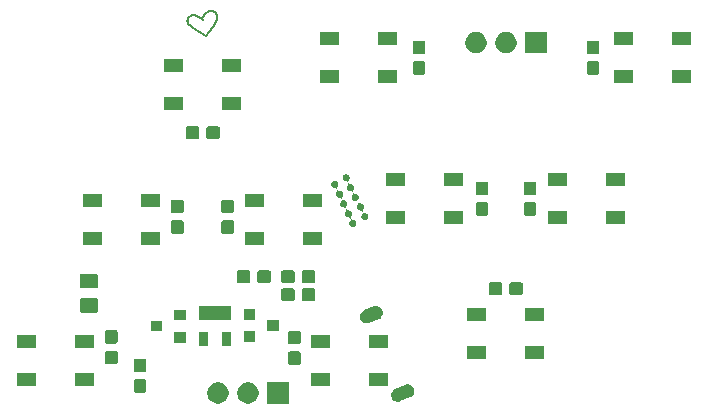
<source format=gbr>
G04 #@! TF.GenerationSoftware,KiCad,Pcbnew,5.1.5-1.fc31*
G04 #@! TF.CreationDate,2020-03-01T23:37:20+00:00*
G04 #@! TF.ProjectId,CatEars,43617445-6172-4732-9e6b-696361645f70,rev?*
G04 #@! TF.SameCoordinates,Original*
G04 #@! TF.FileFunction,Soldermask,Top*
G04 #@! TF.FilePolarity,Negative*
%FSLAX46Y46*%
G04 Gerber Fmt 4.6, Leading zero omitted, Abs format (unit mm)*
G04 Created by KiCad (PCBNEW 5.1.5-1.fc31) date 2020-03-01 23:37:20*
%MOMM*%
%LPD*%
G04 APERTURE LIST*
%ADD10C,0.200642*%
%ADD11C,0.100000*%
G04 APERTURE END LIST*
D10*
X219737268Y-118332371D02*
X219714682Y-118317343D01*
X217891016Y-119656189D02*
X218971352Y-120353417D01*
X217425107Y-119190147D02*
X217435476Y-119214044D01*
X217396803Y-118963525D02*
X217394247Y-118984147D01*
X217424863Y-118863622D02*
X217417319Y-118883071D01*
X217397274Y-119090473D02*
X217402062Y-119116010D01*
X218274758Y-118700341D02*
X218201477Y-118663963D01*
X217394038Y-119064520D02*
X217397274Y-119090473D01*
X217723292Y-118584755D02*
X217703699Y-118591750D01*
X217410710Y-118902817D02*
X217405064Y-118922829D01*
X219285986Y-119894601D02*
X219455603Y-119671853D01*
X218657053Y-118929782D02*
X218665715Y-118939549D01*
X218803344Y-118565898D02*
X218764283Y-118618060D01*
X217743155Y-118578709D02*
X217723292Y-118584755D01*
X217539327Y-119370095D02*
X217577191Y-119411138D01*
X217577191Y-119411138D02*
X217617788Y-119450640D01*
X219641265Y-118278877D02*
X219615188Y-118268308D01*
X217628664Y-118628596D02*
X217610898Y-118639868D01*
X218939549Y-118417548D02*
X218891669Y-118464637D01*
X219476576Y-118233004D02*
X219447798Y-118229550D01*
X218699830Y-118720427D02*
X218675824Y-118768624D01*
X219139675Y-118276243D02*
X219089738Y-118302502D01*
X219615188Y-118268308D02*
X219588450Y-118258889D01*
X219612083Y-119461323D02*
X219647658Y-119410156D01*
X219910370Y-118659653D02*
X219907295Y-118629571D01*
X219871835Y-118490265D02*
X219860287Y-118466999D01*
X218985608Y-120343835D02*
X219016400Y-120289058D01*
X219016400Y-120289058D02*
X219049731Y-120233631D01*
X219049731Y-120233631D02*
X219122799Y-120121338D01*
X217665451Y-118608461D02*
X217646860Y-118618117D01*
X219778617Y-119192528D02*
X219806753Y-119135479D01*
X217435476Y-119214044D02*
X217447085Y-119237535D01*
X218201477Y-118663963D02*
X218127159Y-118631104D01*
X217402062Y-119116010D02*
X217408338Y-119141134D01*
X217804050Y-118566574D02*
X217783565Y-118569587D01*
X218620175Y-118911542D02*
X218531626Y-118852130D01*
X217610898Y-118639868D02*
X217576775Y-118664671D01*
X218674012Y-118947514D02*
X218668324Y-118944538D01*
X218668324Y-118944538D02*
X218620175Y-118911542D01*
X219912528Y-118719906D02*
X219910370Y-118659653D01*
X217405064Y-118922829D02*
X217400419Y-118943075D01*
X219647658Y-119410156D02*
X219682453Y-119357574D01*
X219832250Y-118423421D02*
X219815928Y-118403138D01*
X219447798Y-118229550D02*
X219418867Y-118227332D01*
X218645343Y-118872343D02*
X218645003Y-118889208D01*
X217447085Y-119237535D02*
X217459874Y-119260623D01*
X219192014Y-118255780D02*
X219165499Y-118265321D01*
X219909661Y-118780175D02*
X219912528Y-118719906D01*
X219889565Y-118539679D02*
X219881622Y-118514496D01*
X217544747Y-118692275D02*
X217515066Y-118722433D01*
X219533328Y-118243560D02*
X219505113Y-118237678D01*
X217394247Y-118984147D02*
X217392461Y-119011361D01*
X217845419Y-118563797D02*
X217845419Y-118563797D01*
X218665715Y-118939549D02*
X218674012Y-118947514D01*
X217504692Y-119327491D02*
X217539327Y-119370095D01*
X218665715Y-118939549D02*
X218665715Y-118939549D01*
X217703699Y-118591750D02*
X217684408Y-118599662D01*
X218345709Y-118738794D02*
X218274758Y-118700341D01*
X217576775Y-118664671D02*
X217544747Y-118692275D01*
X218647717Y-118854019D02*
X218645343Y-118872343D01*
X217684408Y-118599662D02*
X217665451Y-118608461D01*
X217473779Y-119283310D02*
X217504692Y-119327491D01*
X218531626Y-118852130D02*
X218413033Y-118777873D01*
X217417319Y-118883071D02*
X217410710Y-118902817D01*
X219889565Y-118539679D02*
X219889565Y-118539679D01*
X217824677Y-118564634D02*
X217804050Y-118566574D01*
X219360881Y-118226660D02*
X219331994Y-118228236D01*
X219832339Y-119077611D02*
X219855023Y-119019043D01*
X219122799Y-120121338D02*
X219202366Y-120007985D01*
X219890270Y-118900290D02*
X219902125Y-118840344D01*
X219536707Y-119564546D02*
X219612083Y-119461323D01*
X219274858Y-118235276D02*
X219246778Y-118240771D01*
X219331994Y-118228236D02*
X219303292Y-118231103D01*
X217416040Y-119165845D02*
X217425107Y-119190147D01*
X219389866Y-118226364D02*
X219360881Y-118226660D01*
X217487984Y-118754893D02*
X217463754Y-118789412D01*
X217392412Y-119038150D02*
X217394038Y-119064520D01*
X219860287Y-118466999D02*
X219847063Y-118444713D01*
X219907295Y-118629571D02*
X219902833Y-118599538D01*
X219561135Y-118250634D02*
X219533328Y-118243560D01*
X219588450Y-118258889D02*
X219561135Y-118250634D01*
X217515066Y-118722433D02*
X217487984Y-118754893D01*
X217910935Y-118568113D02*
X217877578Y-118564702D01*
X219089738Y-118302502D02*
X219039276Y-118335477D01*
X219691096Y-118303409D02*
X219666596Y-118290582D01*
X218658222Y-118813488D02*
X218647717Y-118854019D01*
X217617788Y-119450640D02*
X217660623Y-119488613D01*
X217797596Y-119593549D02*
X217891016Y-119656189D01*
X219806753Y-119135479D02*
X219832339Y-119077611D01*
X217877578Y-118564702D02*
X217845419Y-118563797D01*
X219748285Y-119248640D02*
X219778617Y-119192528D01*
X217442629Y-118825737D02*
X217433311Y-118844500D01*
X218645003Y-118889208D02*
X218646783Y-118904486D01*
X217394247Y-118984147D02*
X217394247Y-118984147D01*
X217400419Y-118943075D02*
X217396803Y-118963525D01*
X218413033Y-118777873D02*
X218345709Y-118738794D01*
X219202366Y-120007985D02*
X219285986Y-119894601D01*
X219874451Y-118959897D02*
X219890270Y-118900290D01*
X217452787Y-118807364D02*
X217442629Y-118825737D01*
X219714682Y-118317343D02*
X219691096Y-118303409D01*
X217705199Y-119525078D02*
X217751022Y-119560052D01*
X219246778Y-118240771D02*
X219219135Y-118247601D01*
X217408338Y-119141134D02*
X217416040Y-119165845D01*
X219881622Y-118514496D02*
X219871835Y-118490265D01*
X217763257Y-118573643D02*
X217743155Y-118578709D01*
X218764283Y-118618060D02*
X218729547Y-118669904D01*
X219682453Y-119357574D02*
X219716113Y-119303696D01*
X219902833Y-118599538D02*
X219896938Y-118569569D01*
X219798185Y-118383877D02*
X219779104Y-118365653D01*
X218988982Y-118374161D02*
X218939549Y-118417548D01*
X219666596Y-118290582D02*
X219641265Y-118278877D01*
X218646783Y-118904486D02*
X218650771Y-118918052D01*
X219758771Y-118348479D02*
X219737268Y-118332371D01*
X219902125Y-118840344D02*
X219909661Y-118780175D01*
X219716113Y-119303696D02*
X219748285Y-119248640D01*
X219896938Y-118569569D02*
X219889565Y-118539679D01*
X219303292Y-118231103D02*
X219274858Y-118235276D01*
X219139675Y-118276243D02*
X219139675Y-118276243D01*
X219505113Y-118237678D02*
X219476576Y-118233004D01*
X217433311Y-118844500D02*
X217424863Y-118863622D01*
X218016572Y-118591580D02*
X217980593Y-118581733D01*
X217459874Y-119260623D02*
X217473779Y-119283310D01*
X218675824Y-118768624D02*
X218658222Y-118813488D01*
X217980593Y-118581733D02*
X217945326Y-118573850D01*
X219455603Y-119671853D02*
X219536707Y-119564546D01*
X218127159Y-118631104D02*
X218053100Y-118603212D01*
X217751022Y-119560052D02*
X217797596Y-119593549D01*
X218891669Y-118464637D02*
X218846036Y-118514423D01*
X219418867Y-118227332D02*
X219389866Y-118226364D01*
X219612083Y-119461323D02*
X219612083Y-119461323D01*
X217660623Y-119488613D02*
X217705199Y-119525078D01*
X217891016Y-119656189D02*
X217891016Y-119656189D01*
X218846036Y-118514423D02*
X218803344Y-118565898D01*
X218729547Y-118669904D02*
X218699830Y-118720427D01*
X217783565Y-118569587D02*
X217763257Y-118573643D01*
X219815928Y-118403138D02*
X219798185Y-118383877D01*
X217845419Y-118563797D02*
X217824677Y-118564634D01*
X219219135Y-118247601D02*
X219192014Y-118255780D01*
X219847063Y-118444713D02*
X219832250Y-118423421D01*
X217392461Y-119011361D02*
X217392412Y-119038150D01*
X217646860Y-118618117D02*
X217628664Y-118628596D01*
X218650771Y-118918052D02*
X218657053Y-118929782D01*
X219855023Y-119019043D02*
X219874451Y-118959897D01*
X218053100Y-118603212D02*
X218016572Y-118591580D01*
X217463754Y-118789412D02*
X217452787Y-118807364D01*
X219779104Y-118365653D02*
X219758771Y-118348479D01*
X217945326Y-118573850D02*
X217910935Y-118568113D01*
X219039276Y-118335477D02*
X218988982Y-118374161D01*
X219165499Y-118265321D02*
X219139675Y-118276243D01*
D11*
G36*
X220226754Y-149692317D02*
G01*
X220390689Y-149760221D01*
X220538227Y-149858803D01*
X220663697Y-149984273D01*
X220762279Y-150131811D01*
X220830183Y-150295746D01*
X220864800Y-150469779D01*
X220864800Y-150647221D01*
X220830183Y-150821254D01*
X220762279Y-150985189D01*
X220663697Y-151132727D01*
X220538227Y-151258197D01*
X220390689Y-151356779D01*
X220226754Y-151424683D01*
X220052721Y-151459300D01*
X219875279Y-151459300D01*
X219701246Y-151424683D01*
X219537311Y-151356779D01*
X219389773Y-151258197D01*
X219264303Y-151132727D01*
X219165721Y-150985189D01*
X219097817Y-150821254D01*
X219063200Y-150647221D01*
X219063200Y-150469779D01*
X219097817Y-150295746D01*
X219165721Y-150131811D01*
X219264303Y-149984273D01*
X219389773Y-149858803D01*
X219537311Y-149760221D01*
X219701246Y-149692317D01*
X219875279Y-149657700D01*
X220052721Y-149657700D01*
X220226754Y-149692317D01*
G37*
G36*
X222766754Y-149692317D02*
G01*
X222930689Y-149760221D01*
X223078227Y-149858803D01*
X223203697Y-149984273D01*
X223302279Y-150131811D01*
X223370183Y-150295746D01*
X223404800Y-150469779D01*
X223404800Y-150647221D01*
X223370183Y-150821254D01*
X223302279Y-150985189D01*
X223203697Y-151132727D01*
X223078227Y-151258197D01*
X222930689Y-151356779D01*
X222766754Y-151424683D01*
X222592721Y-151459300D01*
X222415279Y-151459300D01*
X222241246Y-151424683D01*
X222077311Y-151356779D01*
X221929773Y-151258197D01*
X221804303Y-151132727D01*
X221705721Y-150985189D01*
X221637817Y-150821254D01*
X221603200Y-150647221D01*
X221603200Y-150469779D01*
X221637817Y-150295746D01*
X221705721Y-150131811D01*
X221804303Y-149984273D01*
X221929773Y-149858803D01*
X222077311Y-149760221D01*
X222241246Y-149692317D01*
X222415279Y-149657700D01*
X222592721Y-149657700D01*
X222766754Y-149692317D01*
G37*
G36*
X225944800Y-151459300D02*
G01*
X224143200Y-151459300D01*
X224143200Y-149657700D01*
X225944800Y-149657700D01*
X225944800Y-151459300D01*
G37*
G36*
X236117357Y-149838514D02*
G01*
X236135716Y-149840484D01*
X236206015Y-149862481D01*
X236243963Y-149874355D01*
X236343523Y-149928693D01*
X236430568Y-150001410D01*
X236501755Y-150089711D01*
X236554347Y-150190204D01*
X236586324Y-150299026D01*
X236596456Y-150411995D01*
X236592606Y-150447869D01*
X236584354Y-150524771D01*
X236550484Y-150633017D01*
X236550483Y-150633018D01*
X236496145Y-150732577D01*
X236423428Y-150819622D01*
X236335127Y-150890809D01*
X236259819Y-150930221D01*
X235419256Y-151269831D01*
X235337706Y-151293794D01*
X235224738Y-151303926D01*
X235124064Y-151293123D01*
X235111962Y-151291824D01*
X235003718Y-151257954D01*
X235003715Y-151257953D01*
X234904155Y-151203615D01*
X234817110Y-151130898D01*
X234745923Y-151042597D01*
X234693331Y-150942104D01*
X234661354Y-150833282D01*
X234651222Y-150720314D01*
X234663324Y-150607539D01*
X234681704Y-150548800D01*
X234697194Y-150499294D01*
X234697195Y-150499291D01*
X234751533Y-150399731D01*
X234824250Y-150312686D01*
X234912551Y-150241499D01*
X234987860Y-150202087D01*
X235828421Y-149862477D01*
X235909971Y-149838514D01*
X236022940Y-149828382D01*
X236117357Y-149838514D01*
G37*
G36*
X213754491Y-149401279D02*
G01*
X213784869Y-149410494D01*
X213812865Y-149425458D01*
X213837403Y-149445597D01*
X213857542Y-149470135D01*
X213872506Y-149498131D01*
X213881721Y-149528509D01*
X213885800Y-149569926D01*
X213885800Y-150376074D01*
X213881721Y-150417491D01*
X213872506Y-150447869D01*
X213857542Y-150475865D01*
X213837403Y-150500403D01*
X213812865Y-150520542D01*
X213784869Y-150535506D01*
X213754491Y-150544721D01*
X213713074Y-150548800D01*
X213006926Y-150548800D01*
X212965509Y-150544721D01*
X212935131Y-150535506D01*
X212907135Y-150520542D01*
X212882597Y-150500403D01*
X212862458Y-150475865D01*
X212847494Y-150447869D01*
X212838279Y-150417491D01*
X212834200Y-150376074D01*
X212834200Y-149569926D01*
X212838279Y-149528509D01*
X212847494Y-149498131D01*
X212862458Y-149470135D01*
X212882597Y-149445597D01*
X212907135Y-149425458D01*
X212935131Y-149410494D01*
X212965509Y-149401279D01*
X213006926Y-149397200D01*
X213713074Y-149397200D01*
X213754491Y-149401279D01*
G37*
G36*
X204598800Y-149978800D02*
G01*
X202997200Y-149978800D01*
X202997200Y-148877200D01*
X204598800Y-148877200D01*
X204598800Y-149978800D01*
G37*
G36*
X234390800Y-149978800D02*
G01*
X232789200Y-149978800D01*
X232789200Y-148877200D01*
X234390800Y-148877200D01*
X234390800Y-149978800D01*
G37*
G36*
X209498800Y-149978800D02*
G01*
X207897200Y-149978800D01*
X207897200Y-148877200D01*
X209498800Y-148877200D01*
X209498800Y-149978800D01*
G37*
G36*
X229490800Y-149978800D02*
G01*
X227889200Y-149978800D01*
X227889200Y-148877200D01*
X229490800Y-148877200D01*
X229490800Y-149978800D01*
G37*
G36*
X213754491Y-147651279D02*
G01*
X213784869Y-147660494D01*
X213812865Y-147675458D01*
X213837403Y-147695597D01*
X213857542Y-147720135D01*
X213872506Y-147748131D01*
X213881721Y-147778509D01*
X213885800Y-147819926D01*
X213885800Y-148626074D01*
X213881721Y-148667491D01*
X213872506Y-148697869D01*
X213857542Y-148725865D01*
X213837403Y-148750403D01*
X213812865Y-148770542D01*
X213784869Y-148785506D01*
X213754491Y-148794721D01*
X213713074Y-148798800D01*
X213006926Y-148798800D01*
X212965509Y-148794721D01*
X212935131Y-148785506D01*
X212907135Y-148770542D01*
X212882597Y-148750403D01*
X212862458Y-148725865D01*
X212847494Y-148697869D01*
X212838279Y-148667491D01*
X212834200Y-148626074D01*
X212834200Y-147819926D01*
X212838279Y-147778509D01*
X212847494Y-147748131D01*
X212862458Y-147720135D01*
X212882597Y-147695597D01*
X212907135Y-147675458D01*
X212935131Y-147660494D01*
X212965509Y-147651279D01*
X213006926Y-147647200D01*
X213713074Y-147647200D01*
X213754491Y-147651279D01*
G37*
G36*
X226835491Y-147051779D02*
G01*
X226865869Y-147060994D01*
X226893865Y-147075958D01*
X226918403Y-147096097D01*
X226938542Y-147120635D01*
X226953506Y-147148631D01*
X226962721Y-147179009D01*
X226966800Y-147220426D01*
X226966800Y-148026574D01*
X226962721Y-148067991D01*
X226953506Y-148098369D01*
X226938542Y-148126365D01*
X226918403Y-148150903D01*
X226893865Y-148171042D01*
X226865869Y-148186006D01*
X226835491Y-148195221D01*
X226794074Y-148199300D01*
X226087926Y-148199300D01*
X226046509Y-148195221D01*
X226016131Y-148186006D01*
X225988135Y-148171042D01*
X225963597Y-148150903D01*
X225943458Y-148126365D01*
X225928494Y-148098369D01*
X225919279Y-148067991D01*
X225915200Y-148026574D01*
X225915200Y-147220426D01*
X225919279Y-147179009D01*
X225928494Y-147148631D01*
X225943458Y-147120635D01*
X225963597Y-147096097D01*
X225988135Y-147075958D01*
X226016131Y-147060994D01*
X226046509Y-147051779D01*
X226087926Y-147047700D01*
X226794074Y-147047700D01*
X226835491Y-147051779D01*
G37*
G36*
X211341491Y-146988279D02*
G01*
X211371869Y-146997494D01*
X211399865Y-147012458D01*
X211424403Y-147032597D01*
X211444542Y-147057135D01*
X211459506Y-147085131D01*
X211468721Y-147115509D01*
X211472800Y-147156926D01*
X211472800Y-147963074D01*
X211468721Y-148004491D01*
X211459506Y-148034869D01*
X211444542Y-148062865D01*
X211424403Y-148087403D01*
X211399865Y-148107542D01*
X211371869Y-148122506D01*
X211341491Y-148131721D01*
X211300074Y-148135800D01*
X210593926Y-148135800D01*
X210552509Y-148131721D01*
X210522131Y-148122506D01*
X210494135Y-148107542D01*
X210469597Y-148087403D01*
X210449458Y-148062865D01*
X210434494Y-148034869D01*
X210425279Y-148004491D01*
X210421200Y-147963074D01*
X210421200Y-147156926D01*
X210425279Y-147115509D01*
X210434494Y-147085131D01*
X210449458Y-147057135D01*
X210469597Y-147032597D01*
X210494135Y-147012458D01*
X210522131Y-146997494D01*
X210552509Y-146988279D01*
X210593926Y-146984200D01*
X211300074Y-146984200D01*
X211341491Y-146988279D01*
G37*
G36*
X242698800Y-147692800D02*
G01*
X241097200Y-147692800D01*
X241097200Y-146591200D01*
X242698800Y-146591200D01*
X242698800Y-147692800D01*
G37*
G36*
X247598800Y-147692800D02*
G01*
X245997200Y-147692800D01*
X245997200Y-146591200D01*
X247598800Y-146591200D01*
X247598800Y-147692800D01*
G37*
G36*
X204598800Y-146778800D02*
G01*
X202997200Y-146778800D01*
X202997200Y-145677200D01*
X204598800Y-145677200D01*
X204598800Y-146778800D01*
G37*
G36*
X234390800Y-146778800D02*
G01*
X232789200Y-146778800D01*
X232789200Y-145677200D01*
X234390800Y-145677200D01*
X234390800Y-146778800D01*
G37*
G36*
X229490800Y-146778800D02*
G01*
X227889200Y-146778800D01*
X227889200Y-145677200D01*
X229490800Y-145677200D01*
X229490800Y-146778800D01*
G37*
G36*
X209498800Y-146778800D02*
G01*
X207897200Y-146778800D01*
X207897200Y-145677200D01*
X209498800Y-145677200D01*
X209498800Y-146778800D01*
G37*
G36*
X221035800Y-146587800D02*
G01*
X220284200Y-146587800D01*
X220284200Y-145426200D01*
X221035800Y-145426200D01*
X221035800Y-146587800D01*
G37*
G36*
X219135800Y-146587800D02*
G01*
X218384200Y-146587800D01*
X218384200Y-145426200D01*
X219135800Y-145426200D01*
X219135800Y-146587800D01*
G37*
G36*
X226835491Y-145301779D02*
G01*
X226865869Y-145310994D01*
X226893865Y-145325958D01*
X226918403Y-145346097D01*
X226938542Y-145370635D01*
X226953506Y-145398631D01*
X226962721Y-145429009D01*
X226966800Y-145470426D01*
X226966800Y-146276574D01*
X226962721Y-146317991D01*
X226953506Y-146348369D01*
X226938542Y-146376365D01*
X226918403Y-146400903D01*
X226893865Y-146421042D01*
X226865869Y-146436006D01*
X226835491Y-146445221D01*
X226794074Y-146449300D01*
X226087926Y-146449300D01*
X226046509Y-146445221D01*
X226016131Y-146436006D01*
X225988135Y-146421042D01*
X225963597Y-146400903D01*
X225943458Y-146376365D01*
X225928494Y-146348369D01*
X225919279Y-146317991D01*
X225915200Y-146276574D01*
X225915200Y-145470426D01*
X225919279Y-145429009D01*
X225928494Y-145398631D01*
X225943458Y-145370635D01*
X225963597Y-145346097D01*
X225988135Y-145325958D01*
X226016131Y-145310994D01*
X226046509Y-145301779D01*
X226087926Y-145297700D01*
X226794074Y-145297700D01*
X226835491Y-145301779D01*
G37*
G36*
X211341491Y-145238279D02*
G01*
X211371869Y-145247494D01*
X211399865Y-145262458D01*
X211424403Y-145282597D01*
X211444542Y-145307135D01*
X211459506Y-145335131D01*
X211468721Y-145365509D01*
X211472800Y-145406926D01*
X211472800Y-146213074D01*
X211468721Y-146254491D01*
X211459506Y-146284869D01*
X211444542Y-146312865D01*
X211424403Y-146337403D01*
X211399865Y-146357542D01*
X211371869Y-146372506D01*
X211341491Y-146381721D01*
X211300074Y-146385800D01*
X210593926Y-146385800D01*
X210552509Y-146381721D01*
X210522131Y-146372506D01*
X210494135Y-146357542D01*
X210469597Y-146337403D01*
X210449458Y-146312865D01*
X210434494Y-146284869D01*
X210425279Y-146254491D01*
X210421200Y-146213074D01*
X210421200Y-145406926D01*
X210425279Y-145365509D01*
X210434494Y-145335131D01*
X210449458Y-145307135D01*
X210469597Y-145282597D01*
X210494135Y-145262458D01*
X210522131Y-145247494D01*
X210552509Y-145238279D01*
X210593926Y-145234200D01*
X211300074Y-145234200D01*
X211341491Y-145238279D01*
G37*
G36*
X217273800Y-146307800D02*
G01*
X216272200Y-146307800D01*
X216272200Y-145406200D01*
X217273800Y-145406200D01*
X217273800Y-146307800D01*
G37*
G36*
X223147800Y-146244300D02*
G01*
X222146200Y-146244300D01*
X222146200Y-145342700D01*
X223147800Y-145342700D01*
X223147800Y-146244300D01*
G37*
G36*
X215273800Y-145357800D02*
G01*
X214272200Y-145357800D01*
X214272200Y-144456200D01*
X215273800Y-144456200D01*
X215273800Y-145357800D01*
G37*
G36*
X225147800Y-145294300D02*
G01*
X224146200Y-145294300D01*
X224146200Y-144392700D01*
X225147800Y-144392700D01*
X225147800Y-145294300D01*
G37*
G36*
X233438920Y-143209150D02*
G01*
X233457279Y-143211120D01*
X233527578Y-143233117D01*
X233565526Y-143244991D01*
X233665086Y-143299329D01*
X233752131Y-143372046D01*
X233823318Y-143460347D01*
X233875910Y-143560840D01*
X233907887Y-143669662D01*
X233918019Y-143782631D01*
X233908651Y-143869927D01*
X233905917Y-143895407D01*
X233872047Y-144003653D01*
X233872046Y-144003654D01*
X233817708Y-144103213D01*
X233744991Y-144190258D01*
X233656690Y-144261445D01*
X233581382Y-144300857D01*
X232740819Y-144640467D01*
X232659269Y-144664430D01*
X232546301Y-144674562D01*
X232445627Y-144663759D01*
X232433525Y-144662460D01*
X232325281Y-144628590D01*
X232325278Y-144628589D01*
X232225718Y-144574251D01*
X232138673Y-144501534D01*
X232067486Y-144413233D01*
X232014894Y-144312740D01*
X231982917Y-144203918D01*
X231972785Y-144090950D01*
X231984887Y-143978175D01*
X232010786Y-143895406D01*
X232018757Y-143869930D01*
X232018758Y-143869927D01*
X232073096Y-143770367D01*
X232145813Y-143683322D01*
X232234114Y-143612135D01*
X232309423Y-143572723D01*
X233149984Y-143233113D01*
X233231534Y-143209150D01*
X233344503Y-143199018D01*
X233438920Y-143209150D01*
G37*
G36*
X247598800Y-144492800D02*
G01*
X245997200Y-144492800D01*
X245997200Y-143391200D01*
X247598800Y-143391200D01*
X247598800Y-144492800D01*
G37*
G36*
X242698800Y-144492800D02*
G01*
X241097200Y-144492800D01*
X241097200Y-143391200D01*
X242698800Y-143391200D01*
X242698800Y-144492800D01*
G37*
G36*
X217273800Y-144407800D02*
G01*
X216272200Y-144407800D01*
X216272200Y-143506200D01*
X217273800Y-143506200D01*
X217273800Y-144407800D01*
G37*
G36*
X221035800Y-144387800D02*
G01*
X218384200Y-144387800D01*
X218384200Y-143226200D01*
X221035800Y-143226200D01*
X221035800Y-144387800D01*
G37*
G36*
X223147800Y-144344300D02*
G01*
X222146200Y-144344300D01*
X222146200Y-143442700D01*
X223147800Y-143442700D01*
X223147800Y-144344300D01*
G37*
G36*
X209664599Y-142516206D02*
G01*
X209694248Y-142525199D01*
X209721577Y-142539807D01*
X209745533Y-142559467D01*
X209765193Y-142583423D01*
X209779801Y-142610752D01*
X209788794Y-142640401D01*
X209792800Y-142681070D01*
X209792800Y-143594930D01*
X209788794Y-143635599D01*
X209779801Y-143665248D01*
X209765193Y-143692577D01*
X209745533Y-143716533D01*
X209721577Y-143736193D01*
X209694248Y-143750801D01*
X209664599Y-143759794D01*
X209623930Y-143763800D01*
X208460070Y-143763800D01*
X208419401Y-143759794D01*
X208389752Y-143750801D01*
X208362423Y-143736193D01*
X208338467Y-143716533D01*
X208318807Y-143692577D01*
X208304199Y-143665248D01*
X208295206Y-143635599D01*
X208291200Y-143594930D01*
X208291200Y-142681070D01*
X208295206Y-142640401D01*
X208304199Y-142610752D01*
X208318807Y-142583423D01*
X208338467Y-142559467D01*
X208362423Y-142539807D01*
X208389752Y-142525199D01*
X208419401Y-142516206D01*
X208460070Y-142512200D01*
X209623930Y-142512200D01*
X209664599Y-142516206D01*
G37*
G36*
X228077991Y-141718279D02*
G01*
X228108369Y-141727494D01*
X228136365Y-141742458D01*
X228160903Y-141762597D01*
X228181042Y-141787135D01*
X228196006Y-141815131D01*
X228205221Y-141845509D01*
X228209300Y-141886926D01*
X228209300Y-142593074D01*
X228205221Y-142634491D01*
X228196006Y-142664869D01*
X228181042Y-142692865D01*
X228160903Y-142717403D01*
X228136365Y-142737542D01*
X228108369Y-142752506D01*
X228077991Y-142761721D01*
X228036574Y-142765800D01*
X227230426Y-142765800D01*
X227189009Y-142761721D01*
X227158631Y-142752506D01*
X227130635Y-142737542D01*
X227106097Y-142717403D01*
X227085958Y-142692865D01*
X227070994Y-142664869D01*
X227061779Y-142634491D01*
X227057700Y-142593074D01*
X227057700Y-141886926D01*
X227061779Y-141845509D01*
X227070994Y-141815131D01*
X227085958Y-141787135D01*
X227106097Y-141762597D01*
X227130635Y-141742458D01*
X227158631Y-141727494D01*
X227189009Y-141718279D01*
X227230426Y-141714200D01*
X228036574Y-141714200D01*
X228077991Y-141718279D01*
G37*
G36*
X226327991Y-141718279D02*
G01*
X226358369Y-141727494D01*
X226386365Y-141742458D01*
X226410903Y-141762597D01*
X226431042Y-141787135D01*
X226446006Y-141815131D01*
X226455221Y-141845509D01*
X226459300Y-141886926D01*
X226459300Y-142593074D01*
X226455221Y-142634491D01*
X226446006Y-142664869D01*
X226431042Y-142692865D01*
X226410903Y-142717403D01*
X226386365Y-142737542D01*
X226358369Y-142752506D01*
X226327991Y-142761721D01*
X226286574Y-142765800D01*
X225480426Y-142765800D01*
X225439009Y-142761721D01*
X225408631Y-142752506D01*
X225380635Y-142737542D01*
X225356097Y-142717403D01*
X225335958Y-142692865D01*
X225320994Y-142664869D01*
X225311779Y-142634491D01*
X225307700Y-142593074D01*
X225307700Y-141886926D01*
X225311779Y-141845509D01*
X225320994Y-141815131D01*
X225335958Y-141787135D01*
X225356097Y-141762597D01*
X225380635Y-141742458D01*
X225408631Y-141727494D01*
X225439009Y-141718279D01*
X225480426Y-141714200D01*
X226286574Y-141714200D01*
X226327991Y-141718279D01*
G37*
G36*
X245667491Y-141210279D02*
G01*
X245697869Y-141219494D01*
X245725865Y-141234458D01*
X245750403Y-141254597D01*
X245770542Y-141279135D01*
X245785506Y-141307131D01*
X245794721Y-141337509D01*
X245798800Y-141378926D01*
X245798800Y-142085074D01*
X245794721Y-142126491D01*
X245785506Y-142156869D01*
X245770542Y-142184865D01*
X245750403Y-142209403D01*
X245725865Y-142229542D01*
X245697869Y-142244506D01*
X245667491Y-142253721D01*
X245626074Y-142257800D01*
X244819926Y-142257800D01*
X244778509Y-142253721D01*
X244748131Y-142244506D01*
X244720135Y-142229542D01*
X244695597Y-142209403D01*
X244675458Y-142184865D01*
X244660494Y-142156869D01*
X244651279Y-142126491D01*
X244647200Y-142085074D01*
X244647200Y-141378926D01*
X244651279Y-141337509D01*
X244660494Y-141307131D01*
X244675458Y-141279135D01*
X244695597Y-141254597D01*
X244720135Y-141234458D01*
X244748131Y-141219494D01*
X244778509Y-141210279D01*
X244819926Y-141206200D01*
X245626074Y-141206200D01*
X245667491Y-141210279D01*
G37*
G36*
X243917491Y-141210279D02*
G01*
X243947869Y-141219494D01*
X243975865Y-141234458D01*
X244000403Y-141254597D01*
X244020542Y-141279135D01*
X244035506Y-141307131D01*
X244044721Y-141337509D01*
X244048800Y-141378926D01*
X244048800Y-142085074D01*
X244044721Y-142126491D01*
X244035506Y-142156869D01*
X244020542Y-142184865D01*
X244000403Y-142209403D01*
X243975865Y-142229542D01*
X243947869Y-142244506D01*
X243917491Y-142253721D01*
X243876074Y-142257800D01*
X243069926Y-142257800D01*
X243028509Y-142253721D01*
X242998131Y-142244506D01*
X242970135Y-142229542D01*
X242945597Y-142209403D01*
X242925458Y-142184865D01*
X242910494Y-142156869D01*
X242901279Y-142126491D01*
X242897200Y-142085074D01*
X242897200Y-141378926D01*
X242901279Y-141337509D01*
X242910494Y-141307131D01*
X242925458Y-141279135D01*
X242945597Y-141254597D01*
X242970135Y-141234458D01*
X242998131Y-141219494D01*
X243028509Y-141210279D01*
X243069926Y-141206200D01*
X243876074Y-141206200D01*
X243917491Y-141210279D01*
G37*
G36*
X209664599Y-140466206D02*
G01*
X209694248Y-140475199D01*
X209721577Y-140489807D01*
X209745533Y-140509467D01*
X209765193Y-140533423D01*
X209779801Y-140560752D01*
X209788794Y-140590401D01*
X209792800Y-140631070D01*
X209792800Y-141544930D01*
X209788794Y-141585599D01*
X209779801Y-141615248D01*
X209765193Y-141642577D01*
X209745533Y-141666533D01*
X209721577Y-141686193D01*
X209694248Y-141700801D01*
X209664599Y-141709794D01*
X209623930Y-141713800D01*
X208460070Y-141713800D01*
X208419401Y-141709794D01*
X208389752Y-141700801D01*
X208362423Y-141686193D01*
X208338467Y-141666533D01*
X208318807Y-141642577D01*
X208304199Y-141615248D01*
X208295206Y-141585599D01*
X208291200Y-141544930D01*
X208291200Y-140631070D01*
X208295206Y-140590401D01*
X208304199Y-140560752D01*
X208318807Y-140533423D01*
X208338467Y-140509467D01*
X208362423Y-140489807D01*
X208389752Y-140475199D01*
X208419401Y-140466206D01*
X208460070Y-140462200D01*
X209623930Y-140462200D01*
X209664599Y-140466206D01*
G37*
G36*
X228077991Y-140194279D02*
G01*
X228108369Y-140203494D01*
X228136365Y-140218458D01*
X228160903Y-140238597D01*
X228181042Y-140263135D01*
X228196006Y-140291131D01*
X228205221Y-140321509D01*
X228209300Y-140362926D01*
X228209300Y-141069074D01*
X228205221Y-141110491D01*
X228196006Y-141140869D01*
X228181042Y-141168865D01*
X228160903Y-141193403D01*
X228136365Y-141213542D01*
X228108369Y-141228506D01*
X228077991Y-141237721D01*
X228036574Y-141241800D01*
X227230426Y-141241800D01*
X227189009Y-141237721D01*
X227158631Y-141228506D01*
X227130635Y-141213542D01*
X227106097Y-141193403D01*
X227085958Y-141168865D01*
X227070994Y-141140869D01*
X227061779Y-141110491D01*
X227057700Y-141069074D01*
X227057700Y-140362926D01*
X227061779Y-140321509D01*
X227070994Y-140291131D01*
X227085958Y-140263135D01*
X227106097Y-140238597D01*
X227130635Y-140218458D01*
X227158631Y-140203494D01*
X227189009Y-140194279D01*
X227230426Y-140190200D01*
X228036574Y-140190200D01*
X228077991Y-140194279D01*
G37*
G36*
X226327991Y-140194279D02*
G01*
X226358369Y-140203494D01*
X226386365Y-140218458D01*
X226410903Y-140238597D01*
X226431042Y-140263135D01*
X226446006Y-140291131D01*
X226455221Y-140321509D01*
X226459300Y-140362926D01*
X226459300Y-141069074D01*
X226455221Y-141110491D01*
X226446006Y-141140869D01*
X226431042Y-141168865D01*
X226410903Y-141193403D01*
X226386365Y-141213542D01*
X226358369Y-141228506D01*
X226327991Y-141237721D01*
X226286574Y-141241800D01*
X225480426Y-141241800D01*
X225439009Y-141237721D01*
X225408631Y-141228506D01*
X225380635Y-141213542D01*
X225356097Y-141193403D01*
X225335958Y-141168865D01*
X225320994Y-141140869D01*
X225311779Y-141110491D01*
X225307700Y-141069074D01*
X225307700Y-140362926D01*
X225311779Y-140321509D01*
X225320994Y-140291131D01*
X225335958Y-140263135D01*
X225356097Y-140238597D01*
X225380635Y-140218458D01*
X225408631Y-140203494D01*
X225439009Y-140194279D01*
X225480426Y-140190200D01*
X226286574Y-140190200D01*
X226327991Y-140194279D01*
G37*
G36*
X224331491Y-140194279D02*
G01*
X224361869Y-140203494D01*
X224389865Y-140218458D01*
X224414403Y-140238597D01*
X224434542Y-140263135D01*
X224449506Y-140291131D01*
X224458721Y-140321509D01*
X224462800Y-140362926D01*
X224462800Y-141069074D01*
X224458721Y-141110491D01*
X224449506Y-141140869D01*
X224434542Y-141168865D01*
X224414403Y-141193403D01*
X224389865Y-141213542D01*
X224361869Y-141228506D01*
X224331491Y-141237721D01*
X224290074Y-141241800D01*
X223483926Y-141241800D01*
X223442509Y-141237721D01*
X223412131Y-141228506D01*
X223384135Y-141213542D01*
X223359597Y-141193403D01*
X223339458Y-141168865D01*
X223324494Y-141140869D01*
X223315279Y-141110491D01*
X223311200Y-141069074D01*
X223311200Y-140362926D01*
X223315279Y-140321509D01*
X223324494Y-140291131D01*
X223339458Y-140263135D01*
X223359597Y-140238597D01*
X223384135Y-140218458D01*
X223412131Y-140203494D01*
X223442509Y-140194279D01*
X223483926Y-140190200D01*
X224290074Y-140190200D01*
X224331491Y-140194279D01*
G37*
G36*
X222581491Y-140194279D02*
G01*
X222611869Y-140203494D01*
X222639865Y-140218458D01*
X222664403Y-140238597D01*
X222684542Y-140263135D01*
X222699506Y-140291131D01*
X222708721Y-140321509D01*
X222712800Y-140362926D01*
X222712800Y-141069074D01*
X222708721Y-141110491D01*
X222699506Y-141140869D01*
X222684542Y-141168865D01*
X222664403Y-141193403D01*
X222639865Y-141213542D01*
X222611869Y-141228506D01*
X222581491Y-141237721D01*
X222540074Y-141241800D01*
X221733926Y-141241800D01*
X221692509Y-141237721D01*
X221662131Y-141228506D01*
X221634135Y-141213542D01*
X221609597Y-141193403D01*
X221589458Y-141168865D01*
X221574494Y-141140869D01*
X221565279Y-141110491D01*
X221561200Y-141069074D01*
X221561200Y-140362926D01*
X221565279Y-140321509D01*
X221574494Y-140291131D01*
X221589458Y-140263135D01*
X221609597Y-140238597D01*
X221634135Y-140218458D01*
X221662131Y-140203494D01*
X221692509Y-140194279D01*
X221733926Y-140190200D01*
X222540074Y-140190200D01*
X222581491Y-140194279D01*
G37*
G36*
X215086800Y-138040800D02*
G01*
X213485200Y-138040800D01*
X213485200Y-136939200D01*
X215086800Y-136939200D01*
X215086800Y-138040800D01*
G37*
G36*
X210186800Y-138040800D02*
G01*
X208585200Y-138040800D01*
X208585200Y-136939200D01*
X210186800Y-136939200D01*
X210186800Y-138040800D01*
G37*
G36*
X223902800Y-138040800D02*
G01*
X222301200Y-138040800D01*
X222301200Y-136939200D01*
X223902800Y-136939200D01*
X223902800Y-138040800D01*
G37*
G36*
X228802800Y-138040800D02*
G01*
X227201200Y-138040800D01*
X227201200Y-136939200D01*
X228802800Y-136939200D01*
X228802800Y-138040800D01*
G37*
G36*
X216929491Y-135939279D02*
G01*
X216959869Y-135948494D01*
X216987865Y-135963458D01*
X217012403Y-135983597D01*
X217032542Y-136008135D01*
X217047506Y-136036131D01*
X217056721Y-136066509D01*
X217060800Y-136107926D01*
X217060800Y-136914074D01*
X217056721Y-136955491D01*
X217047506Y-136985869D01*
X217032542Y-137013865D01*
X217012403Y-137038403D01*
X216987865Y-137058542D01*
X216959869Y-137073506D01*
X216929491Y-137082721D01*
X216888074Y-137086800D01*
X216181926Y-137086800D01*
X216140509Y-137082721D01*
X216110131Y-137073506D01*
X216082135Y-137058542D01*
X216057597Y-137038403D01*
X216037458Y-137013865D01*
X216022494Y-136985869D01*
X216013279Y-136955491D01*
X216009200Y-136914074D01*
X216009200Y-136107926D01*
X216013279Y-136066509D01*
X216022494Y-136036131D01*
X216037458Y-136008135D01*
X216057597Y-135983597D01*
X216082135Y-135963458D01*
X216110131Y-135948494D01*
X216140509Y-135939279D01*
X216181926Y-135935200D01*
X216888074Y-135935200D01*
X216929491Y-135939279D01*
G37*
G36*
X221183991Y-135939279D02*
G01*
X221214369Y-135948494D01*
X221242365Y-135963458D01*
X221266903Y-135983597D01*
X221287042Y-136008135D01*
X221302006Y-136036131D01*
X221311221Y-136066509D01*
X221315300Y-136107926D01*
X221315300Y-136914074D01*
X221311221Y-136955491D01*
X221302006Y-136985869D01*
X221287042Y-137013865D01*
X221266903Y-137038403D01*
X221242365Y-137058542D01*
X221214369Y-137073506D01*
X221183991Y-137082721D01*
X221142574Y-137086800D01*
X220436426Y-137086800D01*
X220395009Y-137082721D01*
X220364631Y-137073506D01*
X220336635Y-137058542D01*
X220312097Y-137038403D01*
X220291958Y-137013865D01*
X220276994Y-136985869D01*
X220267779Y-136955491D01*
X220263700Y-136914074D01*
X220263700Y-136107926D01*
X220267779Y-136066509D01*
X220276994Y-136036131D01*
X220291958Y-136008135D01*
X220312097Y-135983597D01*
X220336635Y-135963458D01*
X220364631Y-135948494D01*
X220395009Y-135939279D01*
X220436426Y-135935200D01*
X221142574Y-135935200D01*
X221183991Y-135939279D01*
G37*
G36*
X229928683Y-132610480D02*
G01*
X229957741Y-132616260D01*
X230011777Y-132638643D01*
X230012482Y-132638935D01*
X230061749Y-132671854D01*
X230103646Y-132713751D01*
X230119984Y-132738202D01*
X230136566Y-132763020D01*
X230159240Y-132817759D01*
X230170800Y-132875875D01*
X230170800Y-132935125D01*
X230159240Y-132993241D01*
X230136566Y-133047980D01*
X230096989Y-133107212D01*
X230087243Y-133119088D01*
X230068761Y-133153665D01*
X230057380Y-133191183D01*
X230053537Y-133230201D01*
X230057380Y-133269219D01*
X230068761Y-133306737D01*
X230087243Y-133341314D01*
X230112115Y-133371622D01*
X230142423Y-133396494D01*
X230177000Y-133414976D01*
X230214518Y-133426357D01*
X230253536Y-133430200D01*
X230280626Y-133430200D01*
X230309683Y-133435980D01*
X230338741Y-133441760D01*
X230392777Y-133464143D01*
X230393482Y-133464435D01*
X230423064Y-133484201D01*
X230442749Y-133497354D01*
X230484646Y-133539251D01*
X230517566Y-133588520D01*
X230540240Y-133643259D01*
X230551800Y-133701375D01*
X230551800Y-133760625D01*
X230540240Y-133818741D01*
X230517566Y-133873480D01*
X230477989Y-133932712D01*
X230468243Y-133944588D01*
X230449761Y-133979165D01*
X230438380Y-134016683D01*
X230434537Y-134055701D01*
X230438380Y-134094719D01*
X230449761Y-134132237D01*
X230468243Y-134166814D01*
X230493115Y-134197122D01*
X230523423Y-134221994D01*
X230558000Y-134240476D01*
X230595518Y-134251857D01*
X230634536Y-134255700D01*
X230661626Y-134255700D01*
X230673867Y-134258135D01*
X230719741Y-134267260D01*
X230774480Y-134289934D01*
X230774482Y-134289935D01*
X230823749Y-134322854D01*
X230865646Y-134364751D01*
X230887068Y-134396811D01*
X230898566Y-134414020D01*
X230921240Y-134468759D01*
X230932800Y-134526875D01*
X230932800Y-134586125D01*
X230921240Y-134644241D01*
X230898566Y-134698980D01*
X230858989Y-134758212D01*
X230849243Y-134770088D01*
X230830761Y-134804665D01*
X230819380Y-134842183D01*
X230815537Y-134881201D01*
X230819380Y-134920219D01*
X230830761Y-134957737D01*
X230849243Y-134992314D01*
X230874115Y-135022622D01*
X230904423Y-135047494D01*
X230939000Y-135065976D01*
X230976518Y-135077357D01*
X231015536Y-135081200D01*
X231042626Y-135081200D01*
X231071683Y-135086980D01*
X231100741Y-135092760D01*
X231154777Y-135115143D01*
X231155482Y-135115435D01*
X231185064Y-135135201D01*
X231204749Y-135148354D01*
X231246646Y-135190251D01*
X231279566Y-135239520D01*
X231287966Y-135259798D01*
X231302240Y-135294260D01*
X231313800Y-135352374D01*
X231313800Y-135411626D01*
X231302240Y-135469740D01*
X231279565Y-135524482D01*
X231257337Y-135557748D01*
X231239989Y-135583712D01*
X231230243Y-135595588D01*
X231211761Y-135630165D01*
X231200380Y-135667683D01*
X231196537Y-135706701D01*
X231200380Y-135745719D01*
X231211761Y-135783237D01*
X231230243Y-135817814D01*
X231255115Y-135848122D01*
X231285423Y-135872994D01*
X231320000Y-135891476D01*
X231357518Y-135902857D01*
X231396536Y-135906700D01*
X231423626Y-135906700D01*
X231452683Y-135912480D01*
X231481741Y-135918260D01*
X231536480Y-135940934D01*
X231536482Y-135940935D01*
X231570190Y-135963458D01*
X231585749Y-135973854D01*
X231627646Y-136015751D01*
X231660566Y-136065020D01*
X231678339Y-136107926D01*
X231683240Y-136119760D01*
X231694800Y-136177874D01*
X231694800Y-136237126D01*
X231683240Y-136295240D01*
X231660565Y-136349982D01*
X231627646Y-136399249D01*
X231585749Y-136441146D01*
X231536482Y-136474065D01*
X231536481Y-136474066D01*
X231536480Y-136474066D01*
X231481741Y-136496740D01*
X231452683Y-136502520D01*
X231423626Y-136508300D01*
X231364374Y-136508300D01*
X231335317Y-136502520D01*
X231306259Y-136496740D01*
X231251520Y-136474066D01*
X231251519Y-136474066D01*
X231251518Y-136474065D01*
X231202251Y-136441146D01*
X231160354Y-136399249D01*
X231127435Y-136349982D01*
X231104760Y-136295240D01*
X231093200Y-136237126D01*
X231093200Y-136177874D01*
X231104760Y-136119760D01*
X231109662Y-136107926D01*
X231127434Y-136065020D01*
X231167011Y-136005788D01*
X231176757Y-135993912D01*
X231195239Y-135959335D01*
X231206620Y-135921817D01*
X231210463Y-135882799D01*
X231206620Y-135843781D01*
X231195239Y-135806263D01*
X231176757Y-135771686D01*
X231151885Y-135741378D01*
X231121577Y-135716506D01*
X231087000Y-135698024D01*
X231049482Y-135686643D01*
X231010464Y-135682800D01*
X230983374Y-135682800D01*
X230954317Y-135677020D01*
X230925259Y-135671240D01*
X230870520Y-135648566D01*
X230870519Y-135648566D01*
X230870518Y-135648565D01*
X230821251Y-135615646D01*
X230779354Y-135573749D01*
X230746435Y-135524482D01*
X230723760Y-135469740D01*
X230712200Y-135411626D01*
X230712200Y-135352374D01*
X230723760Y-135294260D01*
X230738035Y-135259798D01*
X230746434Y-135239520D01*
X230786011Y-135180288D01*
X230795757Y-135168412D01*
X230814239Y-135133835D01*
X230825620Y-135096317D01*
X230829463Y-135057299D01*
X230825620Y-135018281D01*
X230814239Y-134980763D01*
X230795757Y-134946186D01*
X230770885Y-134915878D01*
X230740577Y-134891006D01*
X230706000Y-134872524D01*
X230668482Y-134861143D01*
X230629464Y-134857300D01*
X230602374Y-134857300D01*
X230573317Y-134851520D01*
X230544259Y-134845740D01*
X230489520Y-134823066D01*
X230489519Y-134823066D01*
X230489518Y-134823065D01*
X230440251Y-134790146D01*
X230398354Y-134748249D01*
X230365435Y-134698982D01*
X230342760Y-134644240D01*
X230331200Y-134586126D01*
X230331200Y-134526874D01*
X230342760Y-134468760D01*
X230348250Y-134455507D01*
X230365434Y-134414020D01*
X230376933Y-134396811D01*
X230398354Y-134364751D01*
X230405011Y-134354788D01*
X230414757Y-134342912D01*
X230433239Y-134308335D01*
X230444620Y-134270817D01*
X230448463Y-134231799D01*
X230444620Y-134192781D01*
X230433239Y-134155263D01*
X230414757Y-134120686D01*
X230389885Y-134090378D01*
X230359577Y-134065506D01*
X230325000Y-134047024D01*
X230287482Y-134035643D01*
X230248464Y-134031800D01*
X230221374Y-134031800D01*
X230192317Y-134026020D01*
X230163259Y-134020240D01*
X230108520Y-133997566D01*
X230108519Y-133997566D01*
X230108518Y-133997565D01*
X230059251Y-133964646D01*
X230017354Y-133922749D01*
X229984435Y-133873482D01*
X229961760Y-133818740D01*
X229950200Y-133760626D01*
X229950200Y-133701374D01*
X229961760Y-133643260D01*
X229963080Y-133640074D01*
X229984434Y-133588520D01*
X230024011Y-133529288D01*
X230033757Y-133517412D01*
X230052239Y-133482835D01*
X230063620Y-133445317D01*
X230067463Y-133406299D01*
X230063620Y-133367281D01*
X230052239Y-133329763D01*
X230033757Y-133295186D01*
X230008885Y-133264878D01*
X229978577Y-133240006D01*
X229944000Y-133221524D01*
X229906482Y-133210143D01*
X229867464Y-133206300D01*
X229840374Y-133206300D01*
X229811317Y-133200520D01*
X229782259Y-133194740D01*
X229727520Y-133172066D01*
X229727519Y-133172066D01*
X229727518Y-133172065D01*
X229678251Y-133139146D01*
X229636354Y-133097249D01*
X229603435Y-133047982D01*
X229580760Y-132993240D01*
X229569200Y-132935126D01*
X229569200Y-132875874D01*
X229579321Y-132824994D01*
X229580760Y-132817759D01*
X229603434Y-132763020D01*
X229620017Y-132738202D01*
X229636354Y-132713751D01*
X229678251Y-132671854D01*
X229727518Y-132638935D01*
X229728223Y-132638643D01*
X229782259Y-132616260D01*
X229811317Y-132610480D01*
X229840374Y-132604700D01*
X229899626Y-132604700D01*
X229928683Y-132610480D01*
G37*
G36*
X254456800Y-136262800D02*
G01*
X252855200Y-136262800D01*
X252855200Y-135161200D01*
X254456800Y-135161200D01*
X254456800Y-136262800D01*
G37*
G36*
X235840800Y-136262800D02*
G01*
X234239200Y-136262800D01*
X234239200Y-135161200D01*
X235840800Y-135161200D01*
X235840800Y-136262800D01*
G37*
G36*
X240740800Y-136262800D02*
G01*
X239139200Y-136262800D01*
X239139200Y-135161200D01*
X240740800Y-135161200D01*
X240740800Y-136262800D01*
G37*
G36*
X249556800Y-136262800D02*
G01*
X247955200Y-136262800D01*
X247955200Y-135161200D01*
X249556800Y-135161200D01*
X249556800Y-136262800D01*
G37*
G36*
X231854033Y-134478884D02*
G01*
X231888610Y-134497366D01*
X231926128Y-134508747D01*
X231965146Y-134512590D01*
X231994494Y-134509700D01*
X232058626Y-134509700D01*
X232073154Y-134512590D01*
X232116741Y-134521260D01*
X232171480Y-134543934D01*
X232171482Y-134543935D01*
X232194694Y-134559445D01*
X232220749Y-134576854D01*
X232262646Y-134618751D01*
X232295566Y-134668020D01*
X232318240Y-134722759D01*
X232329800Y-134780875D01*
X232329800Y-134840125D01*
X232318240Y-134898241D01*
X232295566Y-134952980D01*
X232255989Y-135012212D01*
X232246243Y-135024088D01*
X232227761Y-135058665D01*
X232216380Y-135096183D01*
X232212537Y-135135201D01*
X232216380Y-135174219D01*
X232227761Y-135211737D01*
X232246243Y-135246314D01*
X232271115Y-135276622D01*
X232301423Y-135301494D01*
X232336000Y-135319976D01*
X232373518Y-135331357D01*
X232412536Y-135335200D01*
X232439626Y-135335200D01*
X232447669Y-135336800D01*
X232497741Y-135346760D01*
X232552480Y-135369434D01*
X232552482Y-135369435D01*
X232601749Y-135402354D01*
X232643646Y-135444251D01*
X232671407Y-135485798D01*
X232676566Y-135493520D01*
X232696974Y-135542788D01*
X232699240Y-135548260D01*
X232710800Y-135606374D01*
X232710800Y-135665626D01*
X232699240Y-135723740D01*
X232676565Y-135778482D01*
X232643646Y-135827749D01*
X232601749Y-135869646D01*
X232552482Y-135902565D01*
X232552481Y-135902566D01*
X232552480Y-135902566D01*
X232497741Y-135925240D01*
X232468683Y-135931020D01*
X232439626Y-135936800D01*
X232380374Y-135936800D01*
X232351317Y-135931020D01*
X232322259Y-135925240D01*
X232267520Y-135902566D01*
X232267519Y-135902566D01*
X232267518Y-135902565D01*
X232218251Y-135869646D01*
X232176354Y-135827749D01*
X232143435Y-135778482D01*
X232120760Y-135723740D01*
X232109200Y-135665626D01*
X232109200Y-135606374D01*
X232120760Y-135548260D01*
X232123027Y-135542788D01*
X232143434Y-135493520D01*
X232148594Y-135485798D01*
X232176354Y-135444251D01*
X232183011Y-135434288D01*
X232192757Y-135422412D01*
X232211239Y-135387835D01*
X232222620Y-135350317D01*
X232226463Y-135311299D01*
X232222620Y-135272281D01*
X232211239Y-135234763D01*
X232192757Y-135200186D01*
X232167885Y-135169878D01*
X232137577Y-135145006D01*
X232103000Y-135126524D01*
X232065482Y-135115143D01*
X232026464Y-135111300D01*
X231999374Y-135111300D01*
X231970317Y-135105520D01*
X231941259Y-135099740D01*
X231886520Y-135077066D01*
X231886519Y-135077066D01*
X231886518Y-135077065D01*
X231837251Y-135044146D01*
X231795354Y-135002249D01*
X231762435Y-134952982D01*
X231739760Y-134898240D01*
X231728200Y-134840126D01*
X231728200Y-134780874D01*
X231739760Y-134722760D01*
X231762435Y-134668018D01*
X231795354Y-134618751D01*
X231799739Y-134612188D01*
X231814647Y-134594022D01*
X231833129Y-134559445D01*
X231844510Y-134521927D01*
X231848353Y-134482909D01*
X231847422Y-134473459D01*
X231854033Y-134478884D01*
G37*
G36*
X246774491Y-134415279D02*
G01*
X246804869Y-134424494D01*
X246832865Y-134439458D01*
X246857403Y-134459597D01*
X246877542Y-134484135D01*
X246892506Y-134512131D01*
X246901721Y-134542509D01*
X246905800Y-134583926D01*
X246905800Y-135390074D01*
X246901721Y-135431491D01*
X246892506Y-135461869D01*
X246877542Y-135489865D01*
X246857403Y-135514403D01*
X246832865Y-135534542D01*
X246804869Y-135549506D01*
X246774491Y-135558721D01*
X246733074Y-135562800D01*
X246026926Y-135562800D01*
X245985509Y-135558721D01*
X245955131Y-135549506D01*
X245927135Y-135534542D01*
X245902597Y-135514403D01*
X245882458Y-135489865D01*
X245867494Y-135461869D01*
X245858279Y-135431491D01*
X245854200Y-135390074D01*
X245854200Y-134583926D01*
X245858279Y-134542509D01*
X245867494Y-134512131D01*
X245882458Y-134484135D01*
X245902597Y-134459597D01*
X245927135Y-134439458D01*
X245955131Y-134424494D01*
X245985509Y-134415279D01*
X246026926Y-134411200D01*
X246733074Y-134411200D01*
X246774491Y-134415279D01*
G37*
G36*
X242710491Y-134415279D02*
G01*
X242740869Y-134424494D01*
X242768865Y-134439458D01*
X242793403Y-134459597D01*
X242813542Y-134484135D01*
X242828506Y-134512131D01*
X242837721Y-134542509D01*
X242841800Y-134583926D01*
X242841800Y-135390074D01*
X242837721Y-135431491D01*
X242828506Y-135461869D01*
X242813542Y-135489865D01*
X242793403Y-135514403D01*
X242768865Y-135534542D01*
X242740869Y-135549506D01*
X242710491Y-135558721D01*
X242669074Y-135562800D01*
X241962926Y-135562800D01*
X241921509Y-135558721D01*
X241891131Y-135549506D01*
X241863135Y-135534542D01*
X241838597Y-135514403D01*
X241818458Y-135489865D01*
X241803494Y-135461869D01*
X241794279Y-135431491D01*
X241790200Y-135390074D01*
X241790200Y-134583926D01*
X241794279Y-134542509D01*
X241803494Y-134512131D01*
X241818458Y-134484135D01*
X241838597Y-134459597D01*
X241863135Y-134439458D01*
X241891131Y-134424494D01*
X241921509Y-134415279D01*
X241962926Y-134411200D01*
X242669074Y-134411200D01*
X242710491Y-134415279D01*
G37*
G36*
X216929491Y-134189279D02*
G01*
X216959869Y-134198494D01*
X216987865Y-134213458D01*
X217012403Y-134233597D01*
X217032542Y-134258135D01*
X217047506Y-134286131D01*
X217056721Y-134316509D01*
X217060800Y-134357926D01*
X217060800Y-135164074D01*
X217056721Y-135205491D01*
X217047506Y-135235869D01*
X217032542Y-135263865D01*
X217012403Y-135288403D01*
X216987865Y-135308542D01*
X216959869Y-135323506D01*
X216929491Y-135332721D01*
X216888074Y-135336800D01*
X216181926Y-135336800D01*
X216140509Y-135332721D01*
X216110131Y-135323506D01*
X216082135Y-135308542D01*
X216057597Y-135288403D01*
X216037458Y-135263865D01*
X216022494Y-135235869D01*
X216013279Y-135205491D01*
X216009200Y-135164074D01*
X216009200Y-134357926D01*
X216013279Y-134316509D01*
X216022494Y-134286131D01*
X216037458Y-134258135D01*
X216057597Y-134233597D01*
X216082135Y-134213458D01*
X216110131Y-134198494D01*
X216140509Y-134189279D01*
X216181926Y-134185200D01*
X216888074Y-134185200D01*
X216929491Y-134189279D01*
G37*
G36*
X221183991Y-134189279D02*
G01*
X221214369Y-134198494D01*
X221242365Y-134213458D01*
X221266903Y-134233597D01*
X221287042Y-134258135D01*
X221302006Y-134286131D01*
X221311221Y-134316509D01*
X221315300Y-134357926D01*
X221315300Y-135164074D01*
X221311221Y-135205491D01*
X221302006Y-135235869D01*
X221287042Y-135263865D01*
X221266903Y-135288403D01*
X221242365Y-135308542D01*
X221214369Y-135323506D01*
X221183991Y-135332721D01*
X221142574Y-135336800D01*
X220436426Y-135336800D01*
X220395009Y-135332721D01*
X220364631Y-135323506D01*
X220336635Y-135308542D01*
X220312097Y-135288403D01*
X220291958Y-135263865D01*
X220276994Y-135235869D01*
X220267779Y-135205491D01*
X220263700Y-135164074D01*
X220263700Y-134357926D01*
X220267779Y-134316509D01*
X220276994Y-134286131D01*
X220291958Y-134258135D01*
X220312097Y-134233597D01*
X220336635Y-134213458D01*
X220364631Y-134198494D01*
X220395009Y-134189279D01*
X220436426Y-134185200D01*
X221142574Y-134185200D01*
X221183991Y-134189279D01*
G37*
G36*
X228802800Y-134840800D02*
G01*
X227201200Y-134840800D01*
X227201200Y-133739200D01*
X228802800Y-133739200D01*
X228802800Y-134840800D01*
G37*
G36*
X223902800Y-134840800D02*
G01*
X222301200Y-134840800D01*
X222301200Y-133739200D01*
X223902800Y-133739200D01*
X223902800Y-134840800D01*
G37*
G36*
X215086800Y-134840800D02*
G01*
X213485200Y-134840800D01*
X213485200Y-133739200D01*
X215086800Y-133739200D01*
X215086800Y-134840800D01*
G37*
G36*
X210186800Y-134840800D02*
G01*
X208585200Y-134840800D01*
X208585200Y-133739200D01*
X210186800Y-133739200D01*
X210186800Y-134840800D01*
G37*
G36*
X230881183Y-132038980D02*
G01*
X230910241Y-132044760D01*
X230964980Y-132067434D01*
X230964982Y-132067435D01*
X231014249Y-132100354D01*
X231056146Y-132142251D01*
X231089066Y-132191520D01*
X231111740Y-132246259D01*
X231123300Y-132304375D01*
X231123300Y-132363625D01*
X231111740Y-132421741D01*
X231089066Y-132476480D01*
X231049489Y-132535712D01*
X231039743Y-132547588D01*
X231021261Y-132582165D01*
X231009880Y-132619683D01*
X231006037Y-132658701D01*
X231009880Y-132697719D01*
X231021261Y-132735237D01*
X231039743Y-132769814D01*
X231064615Y-132800122D01*
X231094923Y-132824994D01*
X231129500Y-132843476D01*
X231167018Y-132854857D01*
X231206036Y-132858700D01*
X231233126Y-132858700D01*
X231262183Y-132864480D01*
X231291241Y-132870260D01*
X231345980Y-132892934D01*
X231345982Y-132892935D01*
X231392624Y-132924100D01*
X231395249Y-132925854D01*
X231437146Y-132967751D01*
X231470066Y-133017020D01*
X231492740Y-133071759D01*
X231504300Y-133129875D01*
X231504300Y-133189125D01*
X231492740Y-133247241D01*
X231470066Y-133301980D01*
X231430489Y-133361212D01*
X231420743Y-133373088D01*
X231402261Y-133407665D01*
X231390880Y-133445183D01*
X231387037Y-133484201D01*
X231390880Y-133523219D01*
X231402261Y-133560737D01*
X231420743Y-133595314D01*
X231445615Y-133625622D01*
X231475923Y-133650494D01*
X231510500Y-133668976D01*
X231548018Y-133680357D01*
X231587036Y-133684200D01*
X231614126Y-133684200D01*
X231643183Y-133689980D01*
X231672241Y-133695760D01*
X231726980Y-133718434D01*
X231726982Y-133718435D01*
X231776249Y-133751354D01*
X231818146Y-133793251D01*
X231827833Y-133807748D01*
X231851066Y-133842520D01*
X231873740Y-133897259D01*
X231885300Y-133955375D01*
X231885300Y-134014625D01*
X231873740Y-134072741D01*
X231851066Y-134127480D01*
X231813761Y-134183312D01*
X231798853Y-134201478D01*
X231780371Y-134236055D01*
X231768990Y-134273573D01*
X231765147Y-134312591D01*
X231766078Y-134322041D01*
X231759467Y-134316616D01*
X231724890Y-134298134D01*
X231687372Y-134286753D01*
X231648354Y-134282910D01*
X231619006Y-134285800D01*
X231554874Y-134285800D01*
X231525817Y-134280020D01*
X231496759Y-134274240D01*
X231442020Y-134251566D01*
X231442019Y-134251566D01*
X231442018Y-134251565D01*
X231392751Y-134218646D01*
X231350854Y-134176749D01*
X231317935Y-134127482D01*
X231295260Y-134072740D01*
X231283700Y-134014626D01*
X231283700Y-133955374D01*
X231295260Y-133897260D01*
X231317935Y-133842518D01*
X231350854Y-133793251D01*
X231357511Y-133783288D01*
X231367257Y-133771412D01*
X231385739Y-133736835D01*
X231397120Y-133699317D01*
X231400963Y-133660299D01*
X231397120Y-133621281D01*
X231385739Y-133583763D01*
X231367257Y-133549186D01*
X231342385Y-133518878D01*
X231312077Y-133494006D01*
X231277500Y-133475524D01*
X231239982Y-133464143D01*
X231200964Y-133460300D01*
X231173874Y-133460300D01*
X231144817Y-133454520D01*
X231115759Y-133448740D01*
X231061020Y-133426066D01*
X231061019Y-133426066D01*
X231061018Y-133426065D01*
X231011751Y-133393146D01*
X230969854Y-133351249D01*
X230936935Y-133301982D01*
X230914260Y-133247240D01*
X230902700Y-133189126D01*
X230902700Y-133129874D01*
X230914260Y-133071760D01*
X230936935Y-133017018D01*
X230969854Y-132967751D01*
X230976511Y-132957788D01*
X230986257Y-132945912D01*
X231004739Y-132911335D01*
X231016120Y-132873817D01*
X231019963Y-132834799D01*
X231016120Y-132795781D01*
X231004739Y-132758263D01*
X230986257Y-132723686D01*
X230961385Y-132693378D01*
X230931077Y-132668506D01*
X230896500Y-132650024D01*
X230858982Y-132638643D01*
X230819964Y-132634800D01*
X230792874Y-132634800D01*
X230763817Y-132629020D01*
X230734759Y-132623240D01*
X230680020Y-132600566D01*
X230680019Y-132600566D01*
X230680018Y-132600565D01*
X230630751Y-132567646D01*
X230588854Y-132525749D01*
X230555935Y-132476482D01*
X230533260Y-132421740D01*
X230521700Y-132363626D01*
X230521700Y-132304374D01*
X230533260Y-132246260D01*
X230555935Y-132191518D01*
X230588854Y-132142251D01*
X230630751Y-132100354D01*
X230680018Y-132067435D01*
X230680020Y-132067434D01*
X230734759Y-132044760D01*
X230763817Y-132038980D01*
X230792874Y-132033200D01*
X230852126Y-132033200D01*
X230881183Y-132038980D01*
G37*
G36*
X242710491Y-132665279D02*
G01*
X242740869Y-132674494D01*
X242768865Y-132689458D01*
X242793403Y-132709597D01*
X242813542Y-132734135D01*
X242828506Y-132762131D01*
X242837721Y-132792509D01*
X242841800Y-132833926D01*
X242841800Y-133640074D01*
X242837721Y-133681491D01*
X242828506Y-133711869D01*
X242813542Y-133739865D01*
X242793403Y-133764403D01*
X242768865Y-133784542D01*
X242740869Y-133799506D01*
X242710491Y-133808721D01*
X242669074Y-133812800D01*
X241962926Y-133812800D01*
X241921509Y-133808721D01*
X241891131Y-133799506D01*
X241863135Y-133784542D01*
X241838597Y-133764403D01*
X241818458Y-133739865D01*
X241803494Y-133711869D01*
X241794279Y-133681491D01*
X241790200Y-133640074D01*
X241790200Y-132833926D01*
X241794279Y-132792509D01*
X241803494Y-132762131D01*
X241818458Y-132734135D01*
X241838597Y-132709597D01*
X241863135Y-132689458D01*
X241891131Y-132674494D01*
X241921509Y-132665279D01*
X241962926Y-132661200D01*
X242669074Y-132661200D01*
X242710491Y-132665279D01*
G37*
G36*
X246774491Y-132665279D02*
G01*
X246804869Y-132674494D01*
X246832865Y-132689458D01*
X246857403Y-132709597D01*
X246877542Y-132734135D01*
X246892506Y-132762131D01*
X246901721Y-132792509D01*
X246905800Y-132833926D01*
X246905800Y-133640074D01*
X246901721Y-133681491D01*
X246892506Y-133711869D01*
X246877542Y-133739865D01*
X246857403Y-133764403D01*
X246832865Y-133784542D01*
X246804869Y-133799506D01*
X246774491Y-133808721D01*
X246733074Y-133812800D01*
X246026926Y-133812800D01*
X245985509Y-133808721D01*
X245955131Y-133799506D01*
X245927135Y-133784542D01*
X245902597Y-133764403D01*
X245882458Y-133739865D01*
X245867494Y-133711869D01*
X245858279Y-133681491D01*
X245854200Y-133640074D01*
X245854200Y-132833926D01*
X245858279Y-132792509D01*
X245867494Y-132762131D01*
X245882458Y-132734135D01*
X245902597Y-132709597D01*
X245927135Y-132689458D01*
X245955131Y-132674494D01*
X245985509Y-132665279D01*
X246026926Y-132661200D01*
X246733074Y-132661200D01*
X246774491Y-132665279D01*
G37*
G36*
X254456800Y-133062800D02*
G01*
X252855200Y-133062800D01*
X252855200Y-131961200D01*
X254456800Y-131961200D01*
X254456800Y-133062800D01*
G37*
G36*
X249556800Y-133062800D02*
G01*
X247955200Y-133062800D01*
X247955200Y-131961200D01*
X249556800Y-131961200D01*
X249556800Y-133062800D01*
G37*
G36*
X240740800Y-133062800D02*
G01*
X239139200Y-133062800D01*
X239139200Y-131961200D01*
X240740800Y-131961200D01*
X240740800Y-133062800D01*
G37*
G36*
X235840800Y-133062800D02*
G01*
X234239200Y-133062800D01*
X234239200Y-131961200D01*
X235840800Y-131961200D01*
X235840800Y-133062800D01*
G37*
G36*
X218263491Y-128002279D02*
G01*
X218293869Y-128011494D01*
X218321865Y-128026458D01*
X218346403Y-128046597D01*
X218366542Y-128071135D01*
X218381506Y-128099131D01*
X218390721Y-128129509D01*
X218394800Y-128170926D01*
X218394800Y-128877074D01*
X218390721Y-128918491D01*
X218381506Y-128948869D01*
X218366542Y-128976865D01*
X218346403Y-129001403D01*
X218321865Y-129021542D01*
X218293869Y-129036506D01*
X218263491Y-129045721D01*
X218222074Y-129049800D01*
X217415926Y-129049800D01*
X217374509Y-129045721D01*
X217344131Y-129036506D01*
X217316135Y-129021542D01*
X217291597Y-129001403D01*
X217271458Y-128976865D01*
X217256494Y-128948869D01*
X217247279Y-128918491D01*
X217243200Y-128877074D01*
X217243200Y-128170926D01*
X217247279Y-128129509D01*
X217256494Y-128099131D01*
X217271458Y-128071135D01*
X217291597Y-128046597D01*
X217316135Y-128026458D01*
X217344131Y-128011494D01*
X217374509Y-128002279D01*
X217415926Y-127998200D01*
X218222074Y-127998200D01*
X218263491Y-128002279D01*
G37*
G36*
X220013491Y-128002279D02*
G01*
X220043869Y-128011494D01*
X220071865Y-128026458D01*
X220096403Y-128046597D01*
X220116542Y-128071135D01*
X220131506Y-128099131D01*
X220140721Y-128129509D01*
X220144800Y-128170926D01*
X220144800Y-128877074D01*
X220140721Y-128918491D01*
X220131506Y-128948869D01*
X220116542Y-128976865D01*
X220096403Y-129001403D01*
X220071865Y-129021542D01*
X220043869Y-129036506D01*
X220013491Y-129045721D01*
X219972074Y-129049800D01*
X219165926Y-129049800D01*
X219124509Y-129045721D01*
X219094131Y-129036506D01*
X219066135Y-129021542D01*
X219041597Y-129001403D01*
X219021458Y-128976865D01*
X219006494Y-128948869D01*
X218997279Y-128918491D01*
X218993200Y-128877074D01*
X218993200Y-128170926D01*
X218997279Y-128129509D01*
X219006494Y-128099131D01*
X219021458Y-128071135D01*
X219041597Y-128046597D01*
X219066135Y-128026458D01*
X219094131Y-128011494D01*
X219124509Y-128002279D01*
X219165926Y-127998200D01*
X219972074Y-127998200D01*
X220013491Y-128002279D01*
G37*
G36*
X221944800Y-126610800D02*
G01*
X220343200Y-126610800D01*
X220343200Y-125509200D01*
X221944800Y-125509200D01*
X221944800Y-126610800D01*
G37*
G36*
X217044800Y-126610800D02*
G01*
X215443200Y-126610800D01*
X215443200Y-125509200D01*
X217044800Y-125509200D01*
X217044800Y-126610800D01*
G37*
G36*
X235152800Y-124324800D02*
G01*
X233551200Y-124324800D01*
X233551200Y-123223200D01*
X235152800Y-123223200D01*
X235152800Y-124324800D01*
G37*
G36*
X255144800Y-124324800D02*
G01*
X253543200Y-124324800D01*
X253543200Y-123223200D01*
X255144800Y-123223200D01*
X255144800Y-124324800D01*
G37*
G36*
X230252800Y-124324800D02*
G01*
X228651200Y-124324800D01*
X228651200Y-123223200D01*
X230252800Y-123223200D01*
X230252800Y-124324800D01*
G37*
G36*
X260044800Y-124324800D02*
G01*
X258443200Y-124324800D01*
X258443200Y-123223200D01*
X260044800Y-123223200D01*
X260044800Y-124324800D01*
G37*
G36*
X252108491Y-122477279D02*
G01*
X252138869Y-122486494D01*
X252166865Y-122501458D01*
X252191403Y-122521597D01*
X252211542Y-122546135D01*
X252226506Y-122574131D01*
X252235721Y-122604509D01*
X252239800Y-122645926D01*
X252239800Y-123452074D01*
X252235721Y-123493491D01*
X252226506Y-123523869D01*
X252211542Y-123551865D01*
X252191403Y-123576403D01*
X252166865Y-123596542D01*
X252138869Y-123611506D01*
X252108491Y-123620721D01*
X252067074Y-123624800D01*
X251360926Y-123624800D01*
X251319509Y-123620721D01*
X251289131Y-123611506D01*
X251261135Y-123596542D01*
X251236597Y-123576403D01*
X251216458Y-123551865D01*
X251201494Y-123523869D01*
X251192279Y-123493491D01*
X251188200Y-123452074D01*
X251188200Y-122645926D01*
X251192279Y-122604509D01*
X251201494Y-122574131D01*
X251216458Y-122546135D01*
X251236597Y-122521597D01*
X251261135Y-122501458D01*
X251289131Y-122486494D01*
X251319509Y-122477279D01*
X251360926Y-122473200D01*
X252067074Y-122473200D01*
X252108491Y-122477279D01*
G37*
G36*
X237376491Y-122477279D02*
G01*
X237406869Y-122486494D01*
X237434865Y-122501458D01*
X237459403Y-122521597D01*
X237479542Y-122546135D01*
X237494506Y-122574131D01*
X237503721Y-122604509D01*
X237507800Y-122645926D01*
X237507800Y-123452074D01*
X237503721Y-123493491D01*
X237494506Y-123523869D01*
X237479542Y-123551865D01*
X237459403Y-123576403D01*
X237434865Y-123596542D01*
X237406869Y-123611506D01*
X237376491Y-123620721D01*
X237335074Y-123624800D01*
X236628926Y-123624800D01*
X236587509Y-123620721D01*
X236557131Y-123611506D01*
X236529135Y-123596542D01*
X236504597Y-123576403D01*
X236484458Y-123551865D01*
X236469494Y-123523869D01*
X236460279Y-123493491D01*
X236456200Y-123452074D01*
X236456200Y-122645926D01*
X236460279Y-122604509D01*
X236469494Y-122574131D01*
X236484458Y-122546135D01*
X236504597Y-122521597D01*
X236529135Y-122501458D01*
X236557131Y-122486494D01*
X236587509Y-122477279D01*
X236628926Y-122473200D01*
X237335074Y-122473200D01*
X237376491Y-122477279D01*
G37*
G36*
X217044800Y-123410800D02*
G01*
X215443200Y-123410800D01*
X215443200Y-122309200D01*
X217044800Y-122309200D01*
X217044800Y-123410800D01*
G37*
G36*
X221944800Y-123410800D02*
G01*
X220343200Y-123410800D01*
X220343200Y-122309200D01*
X221944800Y-122309200D01*
X221944800Y-123410800D01*
G37*
G36*
X237376491Y-120727279D02*
G01*
X237406869Y-120736494D01*
X237434865Y-120751458D01*
X237459403Y-120771597D01*
X237479542Y-120796135D01*
X237494506Y-120824131D01*
X237503721Y-120854509D01*
X237507800Y-120895926D01*
X237507800Y-121702074D01*
X237503721Y-121743491D01*
X237494506Y-121773869D01*
X237479542Y-121801865D01*
X237459403Y-121826403D01*
X237434865Y-121846542D01*
X237406869Y-121861506D01*
X237376491Y-121870721D01*
X237335074Y-121874800D01*
X236628926Y-121874800D01*
X236587509Y-121870721D01*
X236557131Y-121861506D01*
X236529135Y-121846542D01*
X236504597Y-121826403D01*
X236484458Y-121801865D01*
X236469494Y-121773869D01*
X236460279Y-121743491D01*
X236456200Y-121702074D01*
X236456200Y-120895926D01*
X236460279Y-120854509D01*
X236469494Y-120824131D01*
X236484458Y-120796135D01*
X236504597Y-120771597D01*
X236529135Y-120751458D01*
X236557131Y-120736494D01*
X236587509Y-120727279D01*
X236628926Y-120723200D01*
X237335074Y-120723200D01*
X237376491Y-120727279D01*
G37*
G36*
X252108491Y-120727279D02*
G01*
X252138869Y-120736494D01*
X252166865Y-120751458D01*
X252191403Y-120771597D01*
X252211542Y-120796135D01*
X252226506Y-120824131D01*
X252235721Y-120854509D01*
X252239800Y-120895926D01*
X252239800Y-121702074D01*
X252235721Y-121743491D01*
X252226506Y-121773869D01*
X252211542Y-121801865D01*
X252191403Y-121826403D01*
X252166865Y-121846542D01*
X252138869Y-121861506D01*
X252108491Y-121870721D01*
X252067074Y-121874800D01*
X251360926Y-121874800D01*
X251319509Y-121870721D01*
X251289131Y-121861506D01*
X251261135Y-121846542D01*
X251236597Y-121826403D01*
X251216458Y-121801865D01*
X251201494Y-121773869D01*
X251192279Y-121743491D01*
X251188200Y-121702074D01*
X251188200Y-120895926D01*
X251192279Y-120854509D01*
X251201494Y-120824131D01*
X251216458Y-120796135D01*
X251236597Y-120771597D01*
X251261135Y-120751458D01*
X251289131Y-120736494D01*
X251319509Y-120727279D01*
X251360926Y-120723200D01*
X252067074Y-120723200D01*
X252108491Y-120727279D01*
G37*
G36*
X244610754Y-120037817D02*
G01*
X244774689Y-120105721D01*
X244922227Y-120204303D01*
X245047697Y-120329773D01*
X245146279Y-120477311D01*
X245214183Y-120641246D01*
X245248800Y-120815279D01*
X245248800Y-120992721D01*
X245214183Y-121166754D01*
X245146279Y-121330689D01*
X245047697Y-121478227D01*
X244922227Y-121603697D01*
X244774689Y-121702279D01*
X244610754Y-121770183D01*
X244436721Y-121804800D01*
X244259279Y-121804800D01*
X244085246Y-121770183D01*
X243921311Y-121702279D01*
X243773773Y-121603697D01*
X243648303Y-121478227D01*
X243549721Y-121330689D01*
X243481817Y-121166754D01*
X243447200Y-120992721D01*
X243447200Y-120815279D01*
X243481817Y-120641246D01*
X243549721Y-120477311D01*
X243648303Y-120329773D01*
X243773773Y-120204303D01*
X243921311Y-120105721D01*
X244085246Y-120037817D01*
X244259279Y-120003200D01*
X244436721Y-120003200D01*
X244610754Y-120037817D01*
G37*
G36*
X247788800Y-121804800D02*
G01*
X245987200Y-121804800D01*
X245987200Y-120003200D01*
X247788800Y-120003200D01*
X247788800Y-121804800D01*
G37*
G36*
X242070754Y-120037817D02*
G01*
X242234689Y-120105721D01*
X242382227Y-120204303D01*
X242507697Y-120329773D01*
X242606279Y-120477311D01*
X242674183Y-120641246D01*
X242708800Y-120815279D01*
X242708800Y-120992721D01*
X242674183Y-121166754D01*
X242606279Y-121330689D01*
X242507697Y-121478227D01*
X242382227Y-121603697D01*
X242234689Y-121702279D01*
X242070754Y-121770183D01*
X241896721Y-121804800D01*
X241719279Y-121804800D01*
X241545246Y-121770183D01*
X241381311Y-121702279D01*
X241233773Y-121603697D01*
X241108303Y-121478227D01*
X241009721Y-121330689D01*
X240941817Y-121166754D01*
X240907200Y-120992721D01*
X240907200Y-120815279D01*
X240941817Y-120641246D01*
X241009721Y-120477311D01*
X241108303Y-120329773D01*
X241233773Y-120204303D01*
X241381311Y-120105721D01*
X241545246Y-120037817D01*
X241719279Y-120003200D01*
X241896721Y-120003200D01*
X242070754Y-120037817D01*
G37*
G36*
X230252800Y-121124800D02*
G01*
X228651200Y-121124800D01*
X228651200Y-120023200D01*
X230252800Y-120023200D01*
X230252800Y-121124800D01*
G37*
G36*
X260044800Y-121124800D02*
G01*
X258443200Y-121124800D01*
X258443200Y-120023200D01*
X260044800Y-120023200D01*
X260044800Y-121124800D01*
G37*
G36*
X235152800Y-121124800D02*
G01*
X233551200Y-121124800D01*
X233551200Y-120023200D01*
X235152800Y-120023200D01*
X235152800Y-121124800D01*
G37*
G36*
X255144800Y-121124800D02*
G01*
X253543200Y-121124800D01*
X253543200Y-120023200D01*
X255144800Y-120023200D01*
X255144800Y-121124800D01*
G37*
M02*

</source>
